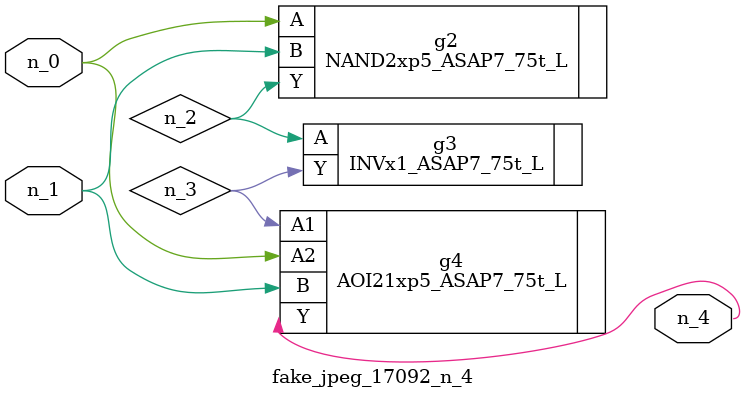
<source format=v>
module fake_jpeg_17092_n_4 (n_0, n_1, n_4);

input n_0;
input n_1;

output n_4;

wire n_2;
wire n_3;

NAND2xp5_ASAP7_75t_L g2 ( 
.A(n_0),
.B(n_1),
.Y(n_2)
);

INVx1_ASAP7_75t_L g3 ( 
.A(n_2),
.Y(n_3)
);

AOI21xp5_ASAP7_75t_L g4 ( 
.A1(n_3),
.A2(n_0),
.B(n_1),
.Y(n_4)
);


endmodule
</source>
